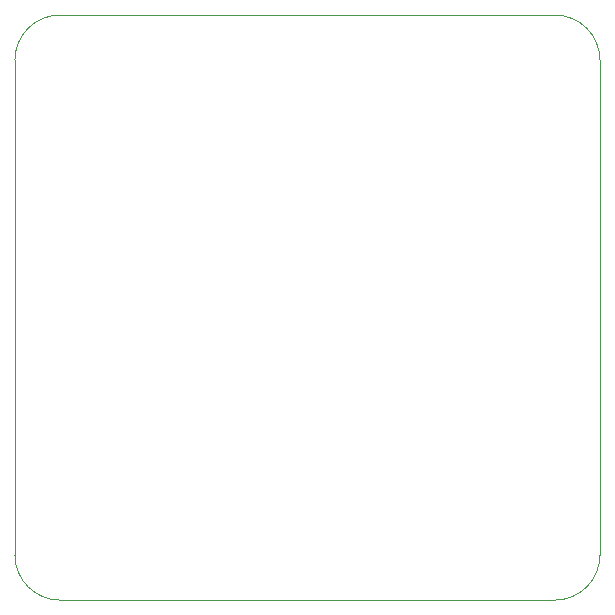
<source format=gbr>
G04 #@! TF.GenerationSoftware,KiCad,Pcbnew,(5.1.4)-1*
G04 #@! TF.CreationDate,2020-10-27T13:41:21+01:00*
G04 #@! TF.ProjectId,STm32f405xx board,53546d33-3266-4343-9035-787820626f61,rev?*
G04 #@! TF.SameCoordinates,Original*
G04 #@! TF.FileFunction,Profile,NP*
%FSLAX46Y46*%
G04 Gerber Fmt 4.6, Leading zero omitted, Abs format (unit mm)*
G04 Created by KiCad (PCBNEW (5.1.4)-1) date 2020-10-27 13:41:21*
%MOMM*%
%LPD*%
G04 APERTURE LIST*
%ADD10C,0.050000*%
G04 APERTURE END LIST*
D10*
X128270000Y-97790000D02*
G75*
G02X124460000Y-101600000I-3810000J0D01*
G01*
X82550000Y-101600000D02*
G75*
G02X78740000Y-97790000I0J3810000D01*
G01*
X78740000Y-55880000D02*
G75*
G02X82550000Y-52070000I3810000J0D01*
G01*
X124460000Y-52070000D02*
G75*
G02X128270000Y-55880000I0J-3810000D01*
G01*
X124460000Y-52070000D02*
X82550000Y-52070000D01*
X128270000Y-97790000D02*
X128270000Y-55880000D01*
X82550000Y-101600000D02*
X124460000Y-101600000D01*
X78740000Y-55880000D02*
X78740000Y-97790000D01*
M02*

</source>
